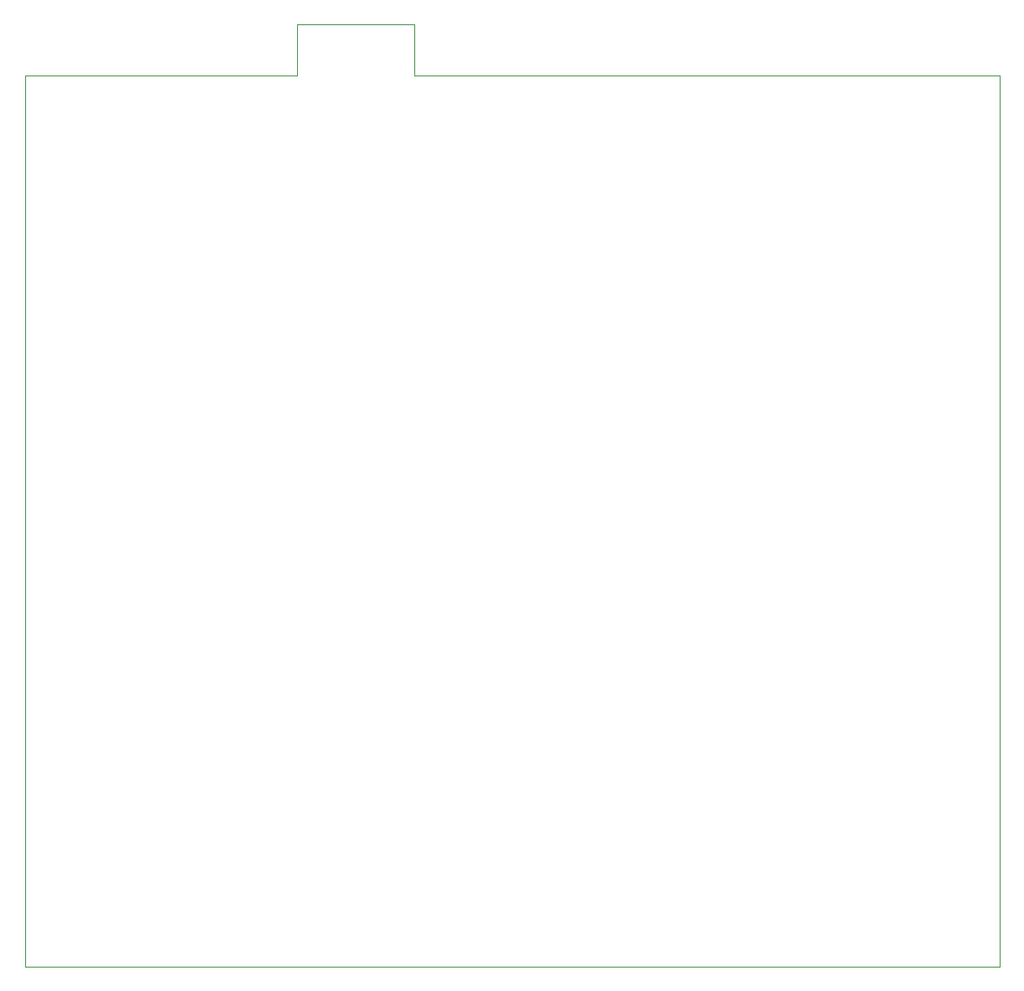
<source format=gbr>
%TF.GenerationSoftware,KiCad,Pcbnew,8.0.4*%
%TF.CreationDate,2024-07-23T17:45:02-07:00*%
%TF.ProjectId,2board_a,32626f61-7264-45f6-912e-6b696361645f,rev?*%
%TF.SameCoordinates,Original*%
%TF.FileFunction,Profile,NP*%
%FSLAX46Y46*%
G04 Gerber Fmt 4.6, Leading zero omitted, Abs format (unit mm)*
G04 Created by KiCad (PCBNEW 8.0.4) date 2024-07-23 17:45:02*
%MOMM*%
%LPD*%
G01*
G04 APERTURE LIST*
%TA.AperFunction,Profile*%
%ADD10C,0.100000*%
%TD*%
G04 APERTURE END LIST*
D10*
X127500000Y-20000000D02*
X139000000Y-20000000D01*
X127500000Y-25000000D02*
X127500000Y-20000000D01*
X101000000Y-25000000D02*
X127500000Y-25000000D01*
X196000000Y-25000000D02*
X196000000Y-112000000D01*
X139000000Y-25000000D02*
X196000000Y-25000000D01*
X196000000Y-112000000D02*
X101000000Y-112000000D01*
X139000000Y-20000000D02*
X139000000Y-25000000D01*
X101000000Y-112000000D02*
X101000000Y-25000000D01*
M02*

</source>
